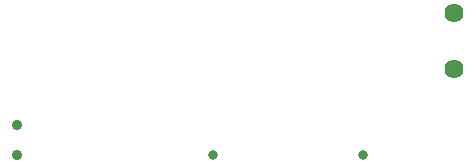
<source format=gbr>
%TF.GenerationSoftware,KiCad,Pcbnew,9.0.0*%
%TF.CreationDate,2025-03-13T16:20:33+03:00*%
%TF.ProjectId,getting-started,67657474-696e-4672-9d73-746172746564,0*%
%TF.SameCoordinates,Original*%
%TF.FileFunction,Plated,1,2,PTH,Drill*%
%TF.FilePolarity,Positive*%
%FSLAX46Y46*%
G04 Gerber Fmt 4.6, Leading zero omitted, Abs format (unit mm)*
G04 Created by KiCad (PCBNEW 9.0.0) date 2025-03-13 16:20:33*
%MOMM*%
%LPD*%
G01*
G04 APERTURE LIST*
%TA.AperFunction,ComponentDrill*%
%ADD10C,0.800000*%
%TD*%
%TA.AperFunction,ComponentDrill*%
%ADD11C,0.900000*%
%TD*%
%TA.AperFunction,ComponentDrill*%
%ADD12C,1.620000*%
%TD*%
G04 APERTURE END LIST*
D10*
%TO.C,R1*%
X148650000Y-112000000D03*
X161350000Y-112000000D03*
D11*
%TO.C,D1*%
X132000000Y-109460000D03*
X132000000Y-112000000D03*
D12*
%TO.C,SW1*%
X169000000Y-100000000D03*
X169000000Y-104700000D03*
M02*

</source>
